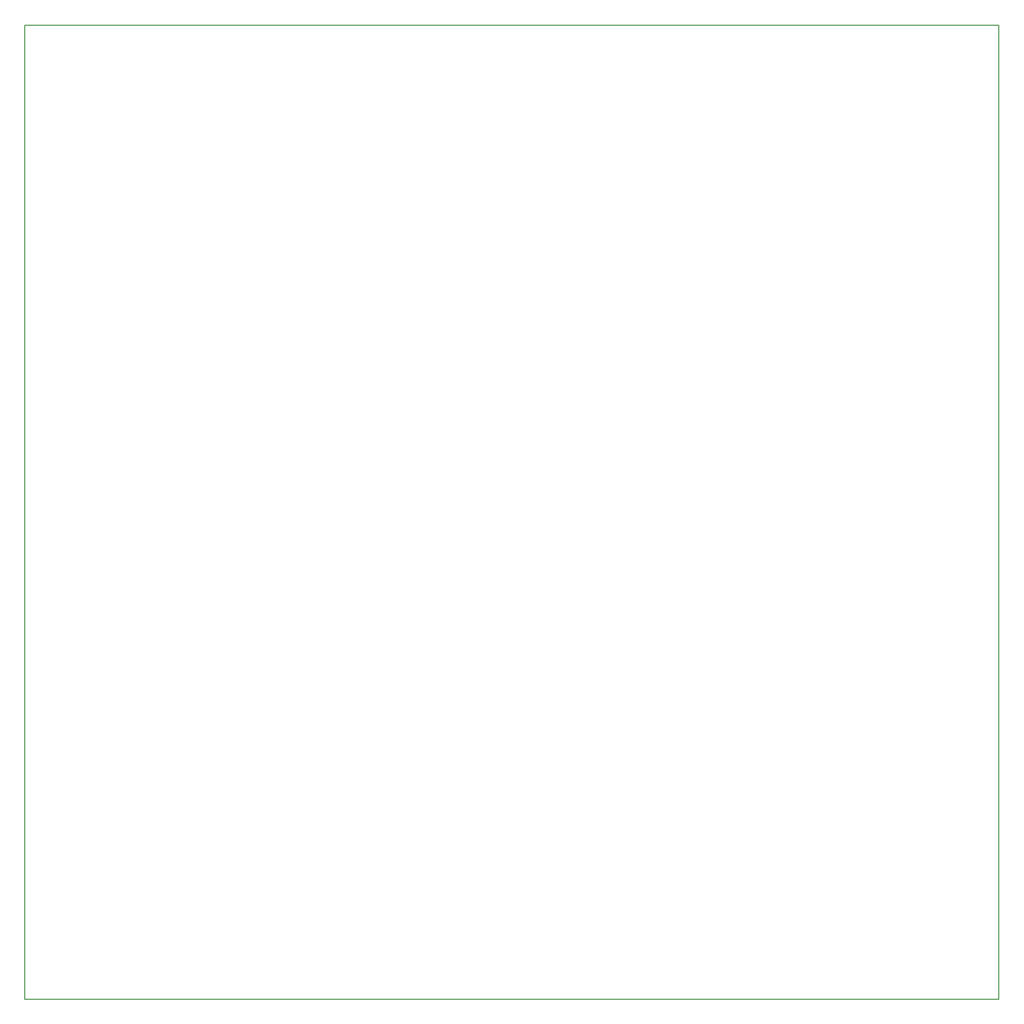
<source format=gbr>
%FSLAX34Y34*%
%MOMM*%
%LNOUTLINE*%
G71*
G01*
%ADD10C, 0.20*%
%LPD*%
G54D10*
X0Y1699996D02*
X1699996Y1699996D01*
X1699996Y0D01*
X0Y0D01*
X0Y1699996D01*
M02*

</source>
